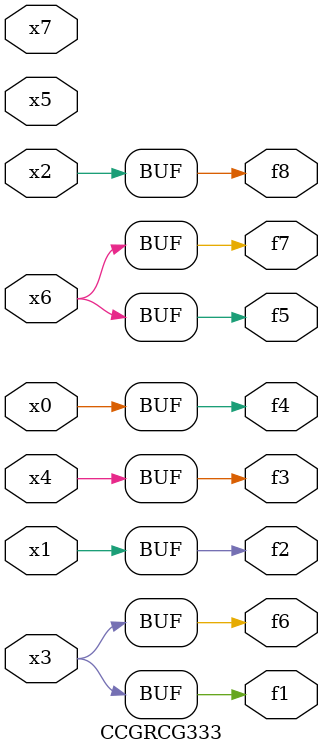
<source format=v>
module CCGRCG333(
	input x0, x1, x2, x3, x4, x5, x6, x7,
	output f1, f2, f3, f4, f5, f6, f7, f8
);
	assign f1 = x3;
	assign f2 = x1;
	assign f3 = x4;
	assign f4 = x0;
	assign f5 = x6;
	assign f6 = x3;
	assign f7 = x6;
	assign f8 = x2;
endmodule

</source>
